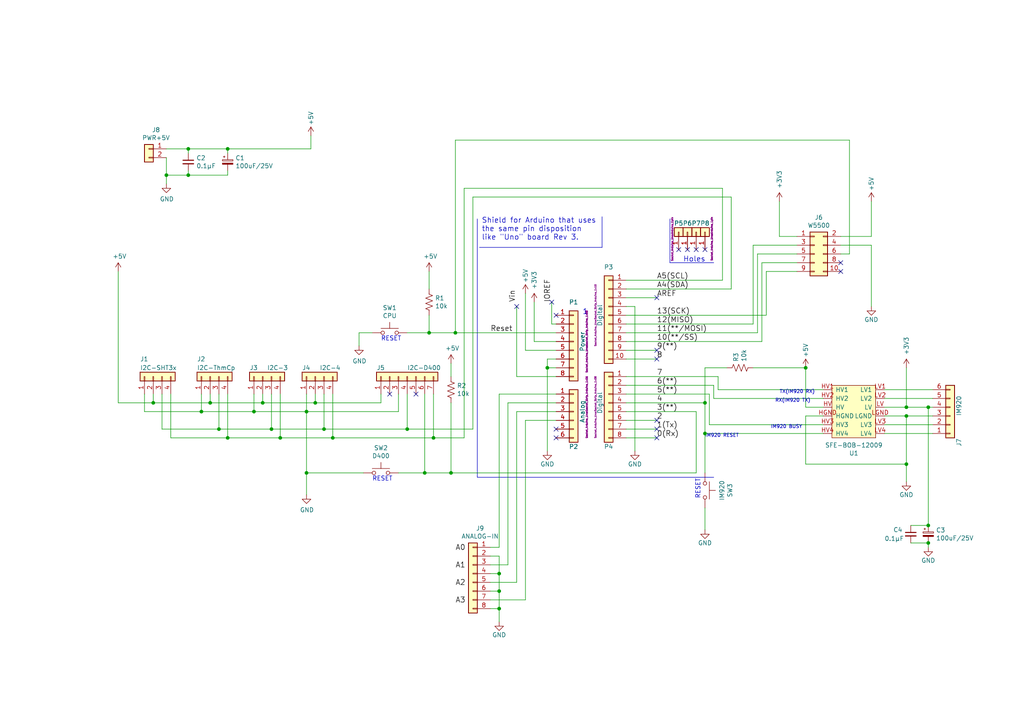
<source format=kicad_sch>
(kicad_sch (version 20230121) (generator eeschema)
  (paper "A4")
  (title_block (title "M302 Measurement Equipment Type Light") (date "2021-02-24") (rev "1.11") (company "HOLLY&Co.,Ltd.") (comment 1 "Use W5500 I/F for LAN networking") (comment 2 "Use IM920 I/F for Radio connection") (comment 3 "Analog Input 4ch available"))
  (lib_symbols
    (symbol "Buffer:SFE-BOB-12009" (pin_names (offset 1.016))
      (property "Reference" "U" (at 0 0 0))
      (property "Value" "SFE-BOB-12009" (at 0 0 0))
      (symbol "SFE-BOB-12009_0_1"
        (rectangle (start -6.35 -3.81) (end 6.35 -19.05) (fill (type background)))
      )
      (symbol "SFE-BOB-12009_1_1"
        (pin passive line (at 8.89 -10.16 180) (length 2.54) (name "HGND") (number "HGND"))
        (pin passive line (at 8.89 -12.7 180) (length 2.54) (name "HV") (number "HV"))
        (pin passive line (at 8.89 -17.78 180) (length 2.54) (name "HV1") (number "HV1"))
        (pin passive line (at 8.89 -15.24 180) (length 2.54) (name "HV2") (number "HV2"))
        (pin passive line (at 8.89 -7.62 180) (length 2.54) (name "HV3") (number "HV3"))
        (pin passive line (at 8.89 -5.08 180) (length 2.54) (name "HV4") (number "HV4"))
        (pin passive line (at -8.89 -10.16 0) (length 2.54) (name "LGND") (number "LGND"))
        (pin passive line (at -8.89 -12.7 0) (length 2.54) (name "LV") (number "LV"))
        (pin passive line (at -8.89 -17.78 0) (length 2.54) (name "LV1") (number "LV1"))
        (pin passive line (at -8.89 -15.24 0) (length 2.54) (name "LV2") (number "LV2"))
        (pin passive line (at -8.89 -7.62 0) (length 2.54) (name "LV3") (number "LV3"))
        (pin passive line (at -8.89 -5.08 0) (length 2.54) (name "LV4") (number "LV4"))
      )
    )
    (symbol "Connector_Generic:Conn_01x01" (pin_names (offset 1.016) hide)
      (property "Reference" "J" (at 0 2.54 0))
      (property "Value" "Conn_01x01" (at 0 -2.54 0))
      (symbol "Conn_01x01_1_1"
        (rectangle (start -1.27 0.127) (end 0 -0.127) (stroke (width 0.1524)))
        (rectangle (start -1.27 1.27) (end 1.27 -1.27) (stroke (width 0.254)) (fill (type background)))
        (pin passive line (at -5.08 0 0) (length 3.81) (name "Pin_1") (number "1"))
      )
    )
    (symbol "Connector_Generic:Conn_01x02" (pin_names (offset 1.016) hide)
      (property "Reference" "J" (at 0 2.54 0))
      (property "Value" "Conn_01x02" (at 0 -5.08 0))
      (symbol "Conn_01x02_1_1"
        (rectangle (start -1.27 -2.413) (end 0 -2.667) (stroke (width 0.1524)))
        (rectangle (start -1.27 0.127) (end 0 -0.127) (stroke (width 0.1524)))
        (rectangle (start -1.27 1.27) (end 1.27 -3.81) (stroke (width 0.254)) (fill (type background)))
        (pin passive line (at -5.08 0 0) (length 3.81) (name "Pin_1") (number "1"))
        (pin passive line (at -5.08 -2.54 0) (length 3.81) (name "Pin_2") (number "2"))
      )
    )
    (symbol "Connector_Generic:Conn_01x04" (pin_names (offset 1.016) hide)
      (property "Reference" "J" (at 0 5.08 0))
      (property "Value" "Conn_01x04" (at 0 -7.62 0))
      (symbol "Conn_01x04_1_1"
        (rectangle (start -1.27 -4.953) (end 0 -5.207) (stroke (width 0.1524)))
        (rectangle (start -1.27 -2.413) (end 0 -2.667) (stroke (width 0.1524)))
        (rectangle (start -1.27 0.127) (end 0 -0.127) (stroke (width 0.1524)))
        (rectangle (start -1.27 2.667) (end 0 2.413) (stroke (width 0.1524)))
        (rectangle (start -1.27 3.81) (end 1.27 -6.35) (stroke (width 0.254)) (fill (type background)))
        (pin passive line (at -5.08 2.54 0) (length 3.81) (name "Pin_1") (number "1"))
        (pin passive line (at -5.08 0 0) (length 3.81) (name "Pin_2") (number "2"))
        (pin passive line (at -5.08 -2.54 0) (length 3.81) (name "Pin_3") (number "3"))
        (pin passive line (at -5.08 -5.08 0) (length 3.81) (name "Pin_4") (number "4"))
      )
    )
    (symbol "Connector_Generic:Conn_01x06" (pin_names (offset 1.016) hide)
      (property "Reference" "J" (at 0 7.62 0))
      (property "Value" "Conn_01x06" (at 0 -10.16 0))
      (symbol "Conn_01x06_1_1"
        (rectangle (start -1.27 -7.493) (end 0 -7.747) (stroke (width 0.1524)))
        (rectangle (start -1.27 -4.953) (end 0 -5.207) (stroke (width 0.1524)))
        (rectangle (start -1.27 -2.413) (end 0 -2.667) (stroke (width 0.1524)))
        (rectangle (start -1.27 0.127) (end 0 -0.127) (stroke (width 0.1524)))
        (rectangle (start -1.27 2.667) (end 0 2.413) (stroke (width 0.1524)))
        (rectangle (start -1.27 5.207) (end 0 4.953) (stroke (width 0.1524)))
        (rectangle (start -1.27 6.35) (end 1.27 -8.89) (stroke (width 0.254)) (fill (type background)))
        (pin passive line (at -5.08 5.08 0) (length 3.81) (name "Pin_1") (number "1"))
        (pin passive line (at -5.08 2.54 0) (length 3.81) (name "Pin_2") (number "2"))
        (pin passive line (at -5.08 0 0) (length 3.81) (name "Pin_3") (number "3"))
        (pin passive line (at -5.08 -2.54 0) (length 3.81) (name "Pin_4") (number "4"))
        (pin passive line (at -5.08 -5.08 0) (length 3.81) (name "Pin_5") (number "5"))
        (pin passive line (at -5.08 -7.62 0) (length 3.81) (name "Pin_6") (number "6"))
      )
    )
    (symbol "Connector_Generic:Conn_01x07" (pin_names (offset 1.016) hide)
      (property "Reference" "J" (at 0 10.16 0))
      (property "Value" "Conn_01x07" (at 0 -10.16 0))
      (symbol "Conn_01x07_1_1"
        (rectangle (start -1.27 -7.493) (end 0 -7.747) (stroke (width 0.1524)))
        (rectangle (start -1.27 -4.953) (end 0 -5.207) (stroke (width 0.1524)))
        (rectangle (start -1.27 -2.413) (end 0 -2.667) (stroke (width 0.1524)))
        (rectangle (start -1.27 0.127) (end 0 -0.127) (stroke (width 0.1524)))
        (rectangle (start -1.27 2.667) (end 0 2.413) (stroke (width 0.1524)))
        (rectangle (start -1.27 5.207) (end 0 4.953) (stroke (width 0.1524)))
        (rectangle (start -1.27 7.747) (end 0 7.493) (stroke (width 0.1524)))
        (rectangle (start -1.27 8.89) (end 1.27 -8.89) (stroke (width 0.254)) (fill (type background)))
        (pin passive line (at -5.08 7.62 0) (length 3.81) (name "Pin_1") (number "1"))
        (pin passive line (at -5.08 5.08 0) (length 3.81) (name "Pin_2") (number "2"))
        (pin passive line (at -5.08 2.54 0) (length 3.81) (name "Pin_3") (number "3"))
        (pin passive line (at -5.08 0 0) (length 3.81) (name "Pin_4") (number "4"))
        (pin passive line (at -5.08 -2.54 0) (length 3.81) (name "Pin_5") (number "5"))
        (pin passive line (at -5.08 -5.08 0) (length 3.81) (name "Pin_6") (number "6"))
        (pin passive line (at -5.08 -7.62 0) (length 3.81) (name "Pin_7") (number "7"))
      )
    )
    (symbol "Connector_Generic:Conn_01x08" (pin_names (offset 1.016) hide)
      (property "Reference" "J" (at 0 10.16 0))
      (property "Value" "Conn_01x08" (at 0 -12.7 0))
      (symbol "Conn_01x08_1_1"
        (rectangle (start -1.27 -10.033) (end 0 -10.287) (stroke (width 0.1524)))
        (rectangle (start -1.27 -7.493) (end 0 -7.747) (stroke (width 0.1524)))
        (rectangle (start -1.27 -4.953) (end 0 -5.207) (stroke (width 0.1524)))
        (rectangle (start -1.27 -2.413) (end 0 -2.667) (stroke (width 0.1524)))
        (rectangle (start -1.27 0.127) (end 0 -0.127) (stroke (width 0.1524)))
        (rectangle (start -1.27 2.667) (end 0 2.413) (stroke (width 0.1524)))
        (rectangle (start -1.27 5.207) (end 0 4.953) (stroke (width 0.1524)))
        (rectangle (start -1.27 7.747) (end 0 7.493) (stroke (width 0.1524)))
        (rectangle (start -1.27 8.89) (end 1.27 -11.43) (stroke (width 0.254)) (fill (type background)))
        (pin passive line (at -5.08 7.62 0) (length 3.81) (name "Pin_1") (number "1"))
        (pin passive line (at -5.08 5.08 0) (length 3.81) (name "Pin_2") (number "2"))
        (pin passive line (at -5.08 2.54 0) (length 3.81) (name "Pin_3") (number "3"))
        (pin passive line (at -5.08 0 0) (length 3.81) (name "Pin_4") (number "4"))
        (pin passive line (at -5.08 -2.54 0) (length 3.81) (name "Pin_5") (number "5"))
        (pin passive line (at -5.08 -5.08 0) (length 3.81) (name "Pin_6") (number "6"))
        (pin passive line (at -5.08 -7.62 0) (length 3.81) (name "Pin_7") (number "7"))
        (pin passive line (at -5.08 -10.16 0) (length 3.81) (name "Pin_8") (number "8"))
      )
    )
    (symbol "Connector_Generic:Conn_01x10" (pin_names (offset 1.016) hide)
      (property "Reference" "J" (at 0 12.7 0))
      (property "Value" "Conn_01x10" (at 0 -15.24 0))
      (symbol "Conn_01x10_1_1"
        (rectangle (start -1.27 -12.573) (end 0 -12.827) (stroke (width 0.1524)))
        (rectangle (start -1.27 -10.033) (end 0 -10.287) (stroke (width 0.1524)))
        (rectangle (start -1.27 -7.493) (end 0 -7.747) (stroke (width 0.1524)))
        (rectangle (start -1.27 -4.953) (end 0 -5.207) (stroke (width 0.1524)))
        (rectangle (start -1.27 -2.413) (end 0 -2.667) (stroke (width 0.1524)))
        (rectangle (start -1.27 0.127) (end 0 -0.127) (stroke (width 0.1524)))
        (rectangle (start -1.27 2.667) (end 0 2.413) (stroke (width 0.1524)))
        (rectangle (start -1.27 5.207) (end 0 4.953) (stroke (width 0.1524)))
        (rectangle (start -1.27 7.747) (end 0 7.493) (stroke (width 0.1524)))
        (rectangle (start -1.27 10.287) (end 0 10.033) (stroke (width 0.1524)))
        (rectangle (start -1.27 11.43) (end 1.27 -13.97) (stroke (width 0.254)) (fill (type background)))
        (pin passive line (at -5.08 10.16 0) (length 3.81) (name "Pin_1") (number "1"))
        (pin passive line (at -5.08 -12.7 0) (length 3.81) (name "Pin_10") (number "10"))
        (pin passive line (at -5.08 7.62 0) (length 3.81) (name "Pin_2") (number "2"))
        (pin passive line (at -5.08 5.08 0) (length 3.81) (name "Pin_3") (number "3"))
        (pin passive line (at -5.08 2.54 0) (length 3.81) (name "Pin_4") (number "4"))
        (pin passive line (at -5.08 0 0) (length 3.81) (name "Pin_5") (number "5"))
        (pin passive line (at -5.08 -2.54 0) (length 3.81) (name "Pin_6") (number "6"))
        (pin passive line (at -5.08 -5.08 0) (length 3.81) (name "Pin_7") (number "7"))
        (pin passive line (at -5.08 -7.62 0) (length 3.81) (name "Pin_8") (number "8"))
        (pin passive line (at -5.08 -10.16 0) (length 3.81) (name "Pin_9") (number "9"))
      )
    )
    (symbol "Connector_Generic:Conn_02x05_Odd_Even" (pin_names (offset 1.016) hide)
      (property "Reference" "J" (at 1.27 7.62 0))
      (property "Value" "Conn_02x05_Odd_Even" (at 1.27 -7.62 0))
      (symbol "Conn_02x05_Odd_Even_1_1"
        (rectangle (start -1.27 -4.953) (end 0 -5.207) (stroke (width 0.1524)))
        (rectangle (start -1.27 -2.413) (end 0 -2.667) (stroke (width 0.1524)))
        (rectangle (start -1.27 0.127) (end 0 -0.127) (stroke (width 0.1524)))
        (rectangle (start -1.27 2.667) (end 0 2.413) (stroke (width 0.1524)))
        (rectangle (start -1.27 5.207) (end 0 4.953) (stroke (width 0.1524)))
        (rectangle (start -1.27 6.35) (end 3.81 -6.35) (stroke (width 0.254)) (fill (type background)))
        (rectangle (start 3.81 -4.953) (end 2.54 -5.207) (stroke (width 0.1524)))
        (rectangle (start 3.81 -2.413) (end 2.54 -2.667) (stroke (width 0.1524)))
        (rectangle (start 3.81 0.127) (end 2.54 -0.127) (stroke (width 0.1524)))
        (rectangle (start 3.81 2.667) (end 2.54 2.413) (stroke (width 0.1524)))
        (rectangle (start 3.81 5.207) (end 2.54 4.953) (stroke (width 0.1524)))
        (pin passive line (at -5.08 5.08 0) (length 3.81) (name "Pin_1") (number "1"))
        (pin passive line (at 7.62 -5.08 180) (length 3.81) (name "Pin_10") (number "10"))
        (pin passive line (at 7.62 5.08 180) (length 3.81) (name "Pin_2") (number "2"))
        (pin passive line (at -5.08 2.54 0) (length 3.81) (name "Pin_3") (number "3"))
        (pin passive line (at 7.62 2.54 180) (length 3.81) (name "Pin_4") (number "4"))
        (pin passive line (at -5.08 0 0) (length 3.81) (name "Pin_5") (number "5"))
        (pin passive line (at 7.62 0 180) (length 3.81) (name "Pin_6") (number "6"))
        (pin passive line (at -5.08 -2.54 0) (length 3.81) (name "Pin_7") (number "7"))
        (pin passive line (at 7.62 -2.54 180) (length 3.81) (name "Pin_8") (number "8"))
        (pin passive line (at -5.08 -5.08 0) (length 3.81) (name "Pin_9") (number "9"))
      )
    )
    (symbol "Device:C_Small" (pin_numbers hide) (pin_names (offset 0.254) hide)
      (property "Reference" "C" (at 0.254 1.778 0))
      (property "Value" "C_Small" (at 0.254 -2.032 0))
      (symbol "C_Small_0_1"
        (polyline (pts (xy -1.524 -0.508) (xy 1.524 -0.508)) (stroke (width 0.3302)))
        (polyline (pts (xy -1.524 0.508) (xy 1.524 0.508)) (stroke (width 0.3048)))
      )
      (symbol "C_Small_1_1"
        (pin passive line (at 0 2.54 270) (length 2.032) (name "~") (number "1"))
        (pin passive line (at 0 -2.54 90) (length 2.032) (name "~") (number "2"))
      )
    )
    (symbol "Device:R_US" (pin_numbers hide) (pin_names (offset 0))
      (property "Reference" "R" (at 2.54 0 90))
      (property "Value" "R_US" (at -2.54 0 90))
      (symbol "R_US_0_1"
        (polyline (pts (xy 0 -2.286) (xy 0 -2.54)))
        (polyline (pts (xy 0 2.286) (xy 0 2.54)))
        (polyline (pts (xy 0 -0.762) (xy 1.016 -1.143) (xy 0 -1.524) (xy -1.016 -1.905) (xy 0 -2.286)))
        (polyline (pts (xy 0 0.762) (xy 1.016 0.381) (xy 0 0) (xy -1.016 -0.381) (xy 0 -0.762)))
        (polyline (pts (xy 0 2.286) (xy 1.016 1.905) (xy 0 1.524) (xy -1.016 1.143) (xy 0 0.762)))
      )
      (symbol "R_US_1_1"
        (pin passive line (at 0 3.81 270) (length 1.27) (name "~") (number "1"))
        (pin passive line (at 0 -3.81 90) (length 1.27) (name "~") (number "2"))
      )
    )
    (symbol "M302-rescue:+3.3V-power" (power) (pin_names (offset 0))
      (property "Value" "+3.3V-power" (at 0 3.556 0))
      (symbol "+3.3V-power_0_1"
        (polyline (pts (xy -0.762 1.27) (xy 0 2.54)))
        (polyline (pts (xy 0 0) (xy 0 2.54)))
        (polyline (pts (xy 0 2.54) (xy 0.762 1.27)))
      )
      (symbol "+3.3V-power_1_1"
        (pin power_in line (at 0 0 90) (length 0) hide (name "+3V3") (number "1"))
      )
    )
    (symbol "M302-rescue:CP_Small-Device" (pin_numbers hide) (pin_names (offset 0.254) hide)
      (property "Reference" "C" (at 0.254 1.778 0))
      (property "Value" "Device_CP_Small" (at 0.254 -2.032 0))
      (symbol "CP_Small-Device_0_1"
        (rectangle (start -1.524 -0.3048) (end 1.524 -0.6858) (fill (type outline)))
        (rectangle (start -1.524 0.6858) (end 1.524 0.3048))
        (polyline (pts (xy -1.27 1.524) (xy -0.762 1.524)))
        (polyline (pts (xy -1.016 1.27) (xy -1.016 1.778)))
      )
      (symbol "CP_Small-Device_1_1"
        (pin passive line (at 0 2.54 270) (length 1.8542) (name "~") (number "1"))
        (pin passive line (at 0 -2.54 90) (length 1.8542) (name "~") (number "2"))
      )
    )
    (symbol "Switch:SW_Push" (pin_numbers hide) (pin_names (offset 1.016) hide)
      (property "Reference" "SW" (at 1.27 2.54 0))
      (property "Value" "SW_Push" (at 0 -1.524 0))
      (symbol "SW_Push_0_1"
        (circle (center -2.032 0) (radius 0.508))
        (polyline (pts (xy 0 1.27) (xy 0 3.048)))
        (polyline (pts (xy 2.54 1.27) (xy -2.54 1.27)))
        (circle (center 2.032 0) (radius 0.508))
        (pin passive line (at -5.08 0 0) (length 2.54) (name "1") (number "1"))
        (pin passive line (at 5.08 0 180) (length 2.54) (name "2") (number "2"))
      )
    )
    (symbol "power:+5V" (power) (pin_names (offset 0))
      (property "Value" "+5V" (at 0 3.556 0))
      (symbol "+5V_0_1"
        (polyline (pts (xy -0.762 1.27) (xy 0 2.54)))
        (polyline (pts (xy 0 0) (xy 0 2.54)))
        (polyline (pts (xy 0 2.54) (xy 0.762 1.27)))
      )
      (symbol "+5V_1_1"
        (pin power_in line (at 0 0 90) (length 0) hide (name "+5V") (number "1"))
      )
    )
    (symbol "power:GND" (power) (pin_names (offset 0))
      (property "Value" "GND" (at 0 -3.81 0))
      (symbol "GND_0_1"
        (polyline (pts (xy 0 0) (xy 0 -1.27) (xy 1.27 -1.27) (xy 0 -2.54) (xy -1.27 -1.27) (xy 0 -1.27)))
      )
      (symbol "GND_1_1"
        (pin power_in line (at 0 0 270) (length 0) hide (name "GND") (number "1"))
      )
    )
  )
  (junction (at 269.24 152.4))
  (junction (at 124.46 96.52))
  (junction (at 60.96 116.84))
  (junction (at 78.74 124.46))
  (junction (at 269.24 157.48))
  (junction (at 44.45 116.84))
  (junction (at 204.47 116.84))
  (junction (at 204.47 125.73))
  (junction (at 132.08 96.52))
  (junction (at 262.89 120.65))
  (junction (at 63.5 124.46))
  (junction (at 93.98 124.46))
  (junction (at 269.24 118.11))
  (junction (at 144.78 176.53))
  (junction (at 123.19 137.16))
  (junction (at 48.26 50.8))
  (junction (at 54.61 50.8))
  (junction (at 66.04 127))
  (junction (at 91.44 116.84))
  (junction (at 118.11 124.46))
  (junction (at 73.66 119.38))
  (junction (at 96.52 127))
  (junction (at 76.2 116.84))
  (junction (at 130.81 137.16))
  (junction (at 233.68 106.68))
  (junction (at 88.9 137.16))
  (junction (at 66.04 43.18))
  (junction (at 144.78 171.45))
  (junction (at 54.61 43.18))
  (junction (at 158.75 106.68))
  (junction (at 262.89 134.62))
  (junction (at 58.42 119.38))
  (junction (at 262.89 118.11))
  (junction (at 125.73 127))
  (junction (at 144.78 166.37))
  (junction (at 88.9 119.38))
  (junction (at 81.28 127))
  (no_connect (at 243.84 76.2))
  (no_connect (at 120.65 114.3))
  (no_connect (at 161.29 127))
  (no_connect (at 196.85 72.39))
  (no_connect (at 161.29 91.44))
  (no_connect (at 113.03 114.3))
  (no_connect (at 199.39 72.39))
  (no_connect (at 201.93 72.39))
  (no_connect (at 190.5 101.6))
  (no_connect (at 160.02 87.63))
  (no_connect (at 243.84 78.74))
  (no_connect (at 149.86 88.9))
  (no_connect (at 204.47 72.39))
  (no_connect (at 190.5 86.36))
  (no_connect (at 190.5 124.46))
  (no_connect (at 161.29 124.46))
  (no_connect (at 190.5 121.92))
  (no_connect (at 190.5 127))
  (no_connect (at 190.5 104.14))
  (polyline (pts (xy 174.625 71.755) (xy 174.625 62.865)))
  (wire (pts (xy 220.98 76.2) (xy 220.98 99.06)))
  (wire (pts (xy 204.47 125.73) (xy 204.47 137.16)))
  (wire (pts (xy 205.74 114.3) (xy 205.74 123.19)))
  (wire (pts (xy 93.98 114.3) (xy 93.98 124.46)))
  (wire (pts (xy 161.29 99.06) (xy 154.94 99.06)))
  (wire (pts (xy 181.61 111.76) (xy 207.01 111.76)))
  (wire (pts (xy 105.41 137.16) (xy 88.9 137.16)))
  (wire (pts (xy 149.86 168.91) (xy 142.24 168.91)))
  (wire (pts (xy 88.9 143.51) (xy 88.9 137.16)))
  (wire (pts (xy 181.61 99.06) (xy 220.98 99.06)))
  (wire (pts (xy 181.61 114.3) (xy 205.74 114.3)))
  (wire (pts (xy 181.61 83.82) (xy 212.09 83.82)))
  (wire (pts (xy 125.73 114.3) (xy 125.73 127)))
  (wire (pts (xy 181.61 93.98) (xy 218.44 93.98)))
  (wire (pts (xy 233.68 120.65) (xy 233.68 134.62)))
  (wire (pts (xy 181.61 127) (xy 190.5 127)))
  (wire (pts (xy 161.29 116.84) (xy 147.32 116.84)))
  (wire (pts (xy 58.42 114.3) (xy 58.42 119.38)))
  (wire (pts (xy 63.5 124.46) (xy 78.74 124.46)))
  (wire (pts (xy 222.25 78.74) (xy 231.14 78.74)))
  (wire (pts (xy 147.32 163.83) (xy 142.24 163.83)))
  (wire (pts (xy 152.4 121.92) (xy 152.4 173.99)))
  (wire (pts (xy 88.9 119.38) (xy 88.9 114.3)))
  (wire (pts (xy 54.61 49.53) (xy 54.61 50.8)))
  (wire (pts (xy 256.54 113.03) (xy 270.51 113.03)))
  (wire (pts (xy 44.45 116.84) (xy 60.96 116.84)))
  (wire (pts (xy 209.55 54.61) (xy 209.55 81.28)))
  (wire (pts (xy 144.78 158.75) (xy 142.24 158.75)))
  (wire (pts (xy 252.73 68.58) (xy 252.73 58.42)))
  (wire (pts (xy 134.62 127) (xy 134.62 54.61)))
  (wire (pts (xy 134.62 54.61) (xy 209.55 54.61)))
  (wire (pts (xy 243.84 68.58) (xy 252.73 68.58)))
  (wire (pts (xy 262.89 118.11) (xy 256.54 118.11)))
  (wire (pts (xy 181.61 88.9) (xy 184.15 88.9)))
  (wire (pts (xy 269.24 118.11) (xy 270.51 118.11)))
  (wire (pts (xy 76.2 116.84) (xy 91.44 116.84)))
  (wire (pts (xy 34.29 116.84) (xy 44.45 116.84)))
  (wire (pts (xy 142.24 166.37) (xy 144.78 166.37)))
  (wire (pts (xy 54.61 44.45) (xy 54.61 43.18)))
  (wire (pts (xy 60.96 116.84) (xy 76.2 116.84)))
  (wire (pts (xy 66.04 127) (xy 81.28 127)))
  (wire (pts (xy 81.28 127) (xy 96.52 127)))
  (wire (pts (xy 110.49 116.84) (xy 91.44 116.84)))
  (wire (pts (xy 181.61 116.84) (xy 204.47 116.84)))
  (wire (pts (xy 46.99 124.46) (xy 46.99 114.3)))
  (wire (pts (xy 124.46 91.44) (xy 124.46 96.52)))
  (polyline (pts (xy 138.43 138.43) (xy 207.01 138.43)))
  (wire (pts (xy 130.81 109.22) (xy 130.81 105.41)))
  (wire (pts (xy 48.26 45.72) (xy 48.26 50.8)))
  (wire (pts (xy 220.98 76.2) (xy 231.14 76.2)))
  (wire (pts (xy 181.61 104.14) (xy 190.5 104.14)))
  (polyline (pts (xy 138.43 63.5) (xy 138.43 138.43)))
  (wire (pts (xy 66.04 49.53) (xy 66.04 50.8)))
  (wire (pts (xy 181.61 119.38) (xy 201.93 119.38)))
  (wire (pts (xy 161.29 121.92) (xy 152.4 121.92)))
  (wire (pts (xy 181.61 124.46) (xy 190.5 124.46)))
  (wire (pts (xy 212.09 57.15) (xy 212.09 83.82)))
  (wire (pts (xy 44.45 114.3) (xy 44.45 116.84)))
  (wire (pts (xy 161.29 104.14) (xy 158.75 104.14)))
  (wire (pts (xy 48.26 43.18) (xy 54.61 43.18)))
  (wire (pts (xy 256.54 125.73) (xy 270.51 125.73)))
  (wire (pts (xy 269.24 158.75) (xy 269.24 157.48)))
  (wire (pts (xy 132.08 40.64) (xy 132.08 96.52)))
  (wire (pts (xy 137.16 124.46) (xy 137.16 57.15)))
  (wire (pts (xy 144.78 161.29) (xy 144.78 166.37)))
  (polyline (pts (xy 194.31 76.2) (xy 194.31 63.5)))
  (wire (pts (xy 118.11 96.52) (xy 124.46 96.52)))
  (wire (pts (xy 137.16 57.15) (xy 212.09 57.15)))
  (wire (pts (xy 73.66 119.38) (xy 88.9 119.38)))
  (wire (pts (xy 154.94 99.06) (xy 154.94 87.63)))
  (wire (pts (xy 262.89 106.68) (xy 262.89 118.11)))
  (wire (pts (xy 269.24 118.11) (xy 269.24 152.4)))
  (wire (pts (xy 144.78 166.37) (xy 144.78 171.45)))
  (wire (pts (xy 58.42 119.38) (xy 73.66 119.38)))
  (wire (pts (xy 54.61 50.8) (xy 48.26 50.8)))
  (wire (pts (xy 93.98 124.46) (xy 118.11 124.46)))
  (wire (pts (xy 90.17 43.18) (xy 90.17 39.37)))
  (wire (pts (xy 118.11 114.3) (xy 118.11 124.46)))
  (wire (pts (xy 158.75 104.14) (xy 158.75 106.68)))
  (wire (pts (xy 123.19 137.16) (xy 130.81 137.16)))
  (wire (pts (xy 204.47 153.67) (xy 204.47 147.32)))
  (wire (pts (xy 152.4 101.6) (xy 152.4 85.09)))
  (wire (pts (xy 142.24 171.45) (xy 144.78 171.45)))
  (wire (pts (xy 66.04 50.8) (xy 54.61 50.8)))
  (wire (pts (xy 115.57 119.38) (xy 88.9 119.38)))
  (wire (pts (xy 208.28 113.03) (xy 238.76 113.03)))
  (wire (pts (xy 152.4 173.99) (xy 142.24 173.99)))
  (wire (pts (xy 144.78 171.45) (xy 144.78 176.53)))
  (wire (pts (xy 233.68 118.11) (xy 238.76 118.11)))
  (wire (pts (xy 160.02 93.98) (xy 161.29 93.98)))
  (wire (pts (xy 107.95 96.52) (xy 104.14 96.52)))
  (wire (pts (xy 88.9 137.16) (xy 88.9 119.38)))
  (wire (pts (xy 262.89 120.65) (xy 262.89 134.62)))
  (wire (pts (xy 48.26 50.8) (xy 48.26 53.34)))
  (wire (pts (xy 262.89 120.65) (xy 270.51 120.65)))
  (wire (pts (xy 49.53 127) (xy 66.04 127)))
  (wire (pts (xy 158.75 106.68) (xy 158.75 130.81)))
  (wire (pts (xy 207.01 115.57) (xy 238.76 115.57)))
  (wire (pts (xy 123.19 137.16) (xy 115.57 137.16)))
  (wire (pts (xy 124.46 96.52) (xy 132.08 96.52)))
  (wire (pts (xy 226.06 68.58) (xy 226.06 58.42)))
  (wire (pts (xy 218.44 71.12) (xy 231.14 71.12)))
  (wire (pts (xy 262.89 118.11) (xy 269.24 118.11)))
  (wire (pts (xy 233.68 106.68) (xy 233.68 118.11)))
  (wire (pts (xy 110.49 114.3) (xy 110.49 116.84)))
  (wire (pts (xy 204.47 106.68) (xy 204.47 116.84)))
  (wire (pts (xy 49.53 127) (xy 49.53 114.3)))
  (wire (pts (xy 218.44 93.98) (xy 218.44 71.12)))
  (wire (pts (xy 149.86 88.9) (xy 149.86 109.22)))
  (wire (pts (xy 73.66 114.3) (xy 73.66 119.38)))
  (wire (pts (xy 181.61 91.44) (xy 222.25 91.44)))
  (wire (pts (xy 204.47 125.73) (xy 238.76 125.73)))
  (wire (pts (xy 142.24 176.53) (xy 144.78 176.53)))
  (wire (pts (xy 54.61 43.18) (xy 66.04 43.18)))
  (wire (pts (xy 256.54 120.65) (xy 262.89 120.65)))
  (wire (pts (xy 264.16 152.4) (xy 269.24 152.4)))
  (wire (pts (xy 123.19 114.3) (xy 123.19 137.16)))
  (wire (pts (xy 238.76 120.65) (xy 233.68 120.65)))
  (wire (pts (xy 78.74 124.46) (xy 93.98 124.46)))
  (wire (pts (xy 144.78 176.53) (xy 144.78 180.34)))
  (wire (pts (xy 243.84 73.66) (xy 246.38 73.66)))
  (wire (pts (xy 161.29 101.6) (xy 152.4 101.6)))
  (wire (pts (xy 76.2 114.3) (xy 76.2 116.84)))
  (wire (pts (xy 149.86 119.38) (xy 149.86 168.91)))
  (wire (pts (xy 207.01 111.76) (xy 207.01 115.57)))
  (wire (pts (xy 181.61 81.28) (xy 209.55 81.28)))
  (wire (pts (xy 60.96 114.3) (xy 60.96 116.84)))
  (wire (pts (xy 161.29 109.22) (xy 149.86 109.22)))
  (wire (pts (xy 210.82 106.68) (xy 204.47 106.68)))
  (wire (pts (xy 161.29 119.38) (xy 149.86 119.38)))
  (wire (pts (xy 161.29 106.68) (xy 158.75 106.68)))
  (wire (pts (xy 130.81 116.84) (xy 130.81 137.16)))
  (wire (pts (xy 91.44 116.84) (xy 91.44 114.3)))
  (wire (pts (xy 201.93 119.38) (xy 201.93 137.16)))
  (wire (pts (xy 208.28 109.22) (xy 208.28 113.03)))
  (wire (pts (xy 46.99 124.46) (xy 63.5 124.46)))
  (wire (pts (xy 144.78 114.3) (xy 144.78 158.75)))
  (wire (pts (xy 181.61 86.36) (xy 190.5 86.36)))
  (wire (pts (xy 124.46 83.82) (xy 124.46 78.74)))
  (wire (pts (xy 231.14 68.58) (xy 226.06 68.58)))
  (wire (pts (xy 218.44 106.68) (xy 233.68 106.68)))
  (wire (pts (xy 78.74 114.3) (xy 78.74 124.46)))
  (wire (pts (xy 41.91 119.38) (xy 58.42 119.38)))
  (wire (pts (xy 262.89 134.62) (xy 262.89 139.7)))
  (wire (pts (xy 104.14 96.52) (xy 104.14 100.33)))
  (wire (pts (xy 41.91 114.3) (xy 41.91 119.38)))
  (polyline (pts (xy 207.01 76.2) (xy 194.31 76.2)))
  (wire (pts (xy 184.15 88.9) (xy 184.15 130.81)))
  (wire (pts (xy 96.52 127) (xy 125.73 127)))
  (wire (pts (xy 181.61 101.6) (xy 190.5 101.6)))
  (wire (pts (xy 66.04 44.45) (xy 66.04 43.18)))
  (wire (pts (xy 181.61 121.92) (xy 190.5 121.92)))
  (wire (pts (xy 66.04 114.3) (xy 66.04 127)))
  (wire (pts (xy 219.71 96.52) (xy 219.71 73.66)))
  (wire (pts (xy 34.29 78.74) (xy 34.29 116.84)))
  (wire (pts (xy 181.61 96.52) (xy 219.71 96.52)))
  (wire (pts (xy 118.11 124.46) (xy 137.16 124.46)))
  (wire (pts (xy 132.08 96.52) (xy 161.29 96.52)))
  (wire (pts (xy 142.24 161.29) (xy 144.78 161.29)))
  (wire (pts (xy 161.29 114.3) (xy 144.78 114.3)))
  (wire (pts (xy 256.54 123.19) (xy 270.51 123.19)))
  (wire (pts (xy 256.54 115.57) (xy 270.51 115.57)))
  (wire (pts (xy 246.38 73.66) (xy 246.38 40.64)))
  (wire (pts (xy 96.52 114.3) (xy 96.52 127)))
  (wire (pts (xy 205.74 123.19) (xy 238.76 123.19)))
  (wire (pts (xy 233.68 134.62) (xy 262.89 134.62)))
  (wire (pts (xy 219.71 73.66) (xy 231.14 73.66)))
  (wire (pts (xy 66.04 43.18) (xy 90.17 43.18)))
  (wire (pts (xy 264.16 157.48) (xy 269.24 157.48)))
  (wire (pts (xy 204.47 116.84) (xy 204.47 125.73)))
  (wire (pts (xy 81.28 114.3) (xy 81.28 127)))
  (wire (pts (xy 160.02 87.63) (xy 160.02 93.98)))
  (wire (pts (xy 243.84 71.12) (xy 252.73 71.12)))
  (wire (pts (xy 201.93 137.16) (xy 130.81 137.16)))
  (wire (pts (xy 147.32 116.84) (xy 147.32 163.83)))
  (wire (pts (xy 252.73 71.12) (xy 252.73 88.9)))
  (wire (pts (xy 222.25 91.44) (xy 222.25 78.74)))
  (wire (pts (xy 246.38 40.64) (xy 132.08 40.64)))
  (polyline (pts (xy 139.065 71.755) (xy 174.625 71.755)))
  (wire (pts (xy 125.73 127) (xy 134.62 127)))
  (wire (pts (xy 63.5 114.3) (xy 63.5 124.46)))
  (wire (pts (xy 181.61 109.22) (xy 208.28 109.22)))
  (wire (pts (xy 115.57 114.3) (xy 115.57 119.38)))
  (text "TX(IM920 RX)" (at 226.06 114.3 0) (effects (font (size 0.9906 0.9906)) (justify left bottom)))
  (text "RESET" (at 110.49 99.06 0) (effects (font (size 1.27 1.27)) (justify left bottom)))
  (text "1" (at 168.91 91.44 0) (effects (font (size 1.524 1.524)) (justify left bottom)))
  (text "Shield for Arduino that uses\nthe same pin disposition\nlike \"Uno\" board Rev 3." (at 139.7 69.85 0) (effects (font (size 1.524 1.524)) (justify left bottom)))
  (text "Holes" (at 198.12 76.2 0) (effects (font (size 1.524 1.524)) (justify left bottom)))
  (text "RX(IM920 TX)" (at 224.79 116.84 0) (effects (font (size 0.9906 0.9906)) (justify left bottom)))
  (text "IM920 RESET" (at 204.47 127 0) (effects (font (size 0.9906 0.9906)) (justify left bottom)))
  (text "IM920 BUSY" (at 223.52 124.46 0) (effects (font (size 0.9906 0.9906)) (justify left bottom)))
  (text "RESET" (at 107.95 139.7 0) (effects (font (size 1.27 1.27)) (justify left bottom)))
  (text "RESET" (at 203.2 144.78 90) (effects (font (size 1.27 1.27)) (justify left bottom)))
  (label "AREF" (at 190.5 86.36 0) (effects (font (size 1.524 1.524))))
  (label "2" (at 190.5 121.92 0) (effects (font (size 1.524 1.524))))
  (label "3(**)" (at 190.5 119.38 0) (effects (font (size 1.524 1.524))))
  (label "1(Tx)" (at 190.5 124.46 0) (effects (font (size 1.524 1.524))))
  (label "Vin" (at 149.86 87.63 90) (effects (font (size 1.524 1.524))))
  (label "IOREF" (at 160.02 87.63 90) (effects (font (size 1.524 1.524))))
  (label "11(**/MOSI)" (at 190.5 96.52 0) (effects (font (size 1.524 1.524))))
  (label "A2" (at 132.08 170.18 0) (effects (font (size 1.524 1.524))))
  (label "7" (at 190.5 109.22 0) (effects (font (size 1.524 1.524))))
  (label "A3" (at 132.08 175.26 0) (effects (font (size 1.524 1.524))))
  (label "A0" (at 132.08 160.02 0) (effects (font (size 1.524 1.524))))
  (label "0(Rx)" (at 190.5 127 0) (effects (font (size 1.524 1.524))))
  (label "10(**/SS)" (at 190.5 99.06 0) (effects (font (size 1.524 1.524))))
  (label "13(SCK)" (at 190.5 91.44 0) (effects (font (size 1.524 1.524))))
  (label "A1" (at 132.08 165.1 0) (effects (font (size 1.524 1.524))))
  (label "4" (at 190.5 116.84 0) (effects (font (size 1.524 1.524))))
  (label "12(MISO)" (at 190.5 93.98 0) (effects (font (size 1.524 1.524))))
  (label "Reset" (at 142.24 96.52 0) (effects (font (size 1.524 1.524))))
  (label "A5(SCL)" (at 190.5 81.28 0) (effects (font (size 1.524 1.524))))
  (label "6(**)" (at 190.5 111.76 0) (effects (font (size 1.524 1.524))))
  (label "9(**)" (at 190.5 101.6 0) (effects (font (size 1.524 1.524))))
  (label "5(**)" (at 190.5 114.3 0) (effects (font (size 1.524 1.524))))
  (label "8" (at 190.5 104.14 0) (effects (font (size 1.524 1.524))))
  (label "A4(SDA)" (at 190.5 83.82 0) (effects (font (size 1.524 1.524))))
  (symbol (lib_id "Connector_Generic:Conn_01x08") (at 166.37 99.06 0) (unit 1)
    (property "Reference" "P1" (at 166.37 87.63 0))
    (property "Value" "Power" (at 168.91 99.06 90))
    (property "Footprint" "Socket_Arduino_Uno:Socket_Strip_Arduino_1x08" (at 170.18 99.06 90) (effects (font (size 0.508 0.508))))
  )
  (symbol (lib_id "M302-rescue:+3.3V-power") (at 154.94 87.63 0) (unit 1)
    (property "Reference" "#PWR01" (effects hide))
    (property "Value" "+3.3V" (at 154.94 81.28 90))
  )
  (symbol (lib_id "power:+5V") (at 152.4 85.09 0) (unit 1)
    (property "Reference" "#PWR02" (effects hide))
    (property "Value" "+5V" (at 152.4 80.01 90))
  )
  (symbol (lib_id "power:GND") (at 158.75 130.81 0) (unit 1)
    (property "Reference" "#PWR03" (effects hide))
    (property "Value" "GND" (at 158.75 134.62 0))
  )
  (symbol (lib_id "power:GND") (at 184.15 130.81 0) (unit 1)
    (property "Reference" "#PWR04" (effects hide))
    (property "Value" "GND" (at 184.15 134.62 0))
  )
  (symbol (lib_id "Connector_Generic:Conn_01x06") (at 166.37 119.38 0) (unit 1)
    (property "Reference" "P2" (at 166.37 129.54 0))
    (property "Value" "Analog" (at 168.91 119.38 90))
    (property "Footprint" "Socket_Arduino_Uno:Socket_Strip_Arduino_1x06" (at 170.18 118.11 90) (effects (font (size 0.508 0.508))))
  )
  (symbol (lib_id "Connector_Generic:Conn_01x01") (at 196.85 67.31 90) (unit 1)
    (property "Reference" "P5" (at 196.85 64.77 90))
    (property "Value" "CONN_01X01" (effects hide))
    (property "Footprint" "Socket_Arduino_Uno:Arduino_1pin" (at 194.9704 69.3166 0) (effects (font (size 0.508 0.508))))
  )
  (symbol (lib_id "Connector_Generic:Conn_01x01") (at 199.39 67.31 90) (unit 1)
    (property "Reference" "P6" (at 199.39 64.77 90))
    (property "Value" "CONN_01X01" (effects hide))
    (property "Footprint" "Socket_Arduino_Uno:Arduino_1pin" (effects hide))
  )
  (symbol (lib_id "Connector_Generic:Conn_01x01") (at 201.93 67.31 90) (unit 1)
    (property "Reference" "P7" (at 201.93 64.77 90))
    (property "Value" "CONN_01X01" (effects hide))
    (property "Footprint" "Socket_Arduino_Uno:Arduino_1pin" (effects hide))
  )
  (symbol (lib_id "Connector_Generic:Conn_01x01") (at 204.47 67.31 90) (unit 1)
    (property "Reference" "P8" (at 204.47 64.77 90))
    (property "Value" "CONN_01X01" (effects hide))
    (property "Footprint" "Socket_Arduino_Uno:Arduino_1pin" (at 206.4512 69.2404 0) (effects (font (size 0.508 0.508))))
  )
  (symbol (lib_id "Connector_Generic:Conn_01x08") (at 176.53 116.84 0) (mirror y) (unit 1)
    (property "Reference" "P4" (at 176.53 129.54 0))
    (property "Value" "Digital" (at 173.99 116.84 90))
    (property "Footprint" "Socket_Arduino_Uno:Socket_Strip_Arduino_1x08" (at 172.72 118.11 90) (effects (font (size 0.508 0.508))))
  )
  (symbol (lib_id "Connector_Generic:Conn_01x10") (at 176.53 91.44 0) (mirror y) (unit 1)
    (property "Reference" "P3" (at 176.53 77.47 0))
    (property "Value" "Digital" (at 173.99 91.44 90))
    (property "Footprint" "Socket_Arduino_Uno:Socket_Strip_Arduino_1x10" (at 172.72 91.44 90) (effects (font (size 0.508 0.508))))
  )
  (symbol (lib_id "power:GND") (at 88.9 143.51 0) (unit 1)
    (property "Reference" "#PWR0101" (effects hide))
    (property "Value" "GND" (at 89.027 147.9042 0))
  )
  (symbol (lib_id "Buffer:SFE-BOB-12009") (at 247.65 130.81 180) (unit 1)
    (property "Reference" "U1" (at 247.65 131.445 0))
    (property "Value" "SFE-BOB-12009" (at 247.65 129.1336 0))
    (property "Footprint" "HOLLY:SFE-BOB-12009" (effects hide))
  )
  (symbol (lib_id "power:+5V") (at 34.29 78.74 0) (unit 1)
    (property "Reference" "#PWR0102" (effects hide))
    (property "Value" "+5V" (at 34.671 74.3458 0))
  )
  (symbol (lib_id "power:GND") (at 262.89 139.7 0) (unit 1)
    (property "Reference" "#PWR0109" (effects hide))
    (property "Value" "GND" (at 262.89 143.51 0))
  )
  (symbol (lib_id "Switch:SW_Push") (at 110.49 137.16 0) (unit 1)
    (property "Reference" "SW2" (at 110.49 129.921 0))
    (property "Value" "D400" (at 110.49 132.2324 0))
    (property "Footprint" "HOLLY:TVDT18-050" (effects hide))
  )
  (symbol (lib_id "M302-rescue:+3.3V-power") (at 262.89 106.68 0) (unit 1)
    (property "Reference" "#PWR0111" (effects hide))
    (property "Value" "+3.3V" (at 262.89 100.33 90))
  )
  (symbol (lib_id "power:+5V") (at 233.68 106.68 0) (unit 1)
    (property "Reference" "#PWR0112" (effects hide))
    (property "Value" "+5V" (at 233.68 101.6 90))
  )
  (symbol (lib_id "Switch:SW_Push") (at 113.03 96.52 0) (unit 1)
    (property "Reference" "SW1" (at 113.03 89.281 0))
    (property "Value" "CPU" (at 113.03 91.5924 0))
    (property "Footprint" "HOLLY:TVDT18-050" (effects hide))
  )
  (symbol (lib_id "Device:R_US") (at 124.46 87.63 0) (unit 1)
    (property "Reference" "R1" (at 126.1872 86.4616 0) (effects (justify left)))
    (property "Value" "10k" (at 126.1872 88.773 0) (effects (justify left)))
    (property "Footprint" "Resistor_THT:R_Axial_DIN0207_L6.3mm_D2.5mm_P7.62mm_Horizontal" (effects hide))
  )
  (symbol (lib_id "power:GND") (at 104.14 100.33 0) (unit 1)
    (property "Reference" "#PWR0103" (effects hide))
    (property "Value" "GND" (at 104.267 104.7242 0))
  )
  (symbol (lib_id "Connector_Generic:Conn_02x05_Odd_Even") (at 236.22 73.66 0) (unit 1)
    (property "Reference" "J6" (at 237.49 63.0682 0))
    (property "Value" "W5500" (at 237.49 65.3796 0))
    (property "Footprint" "Connector_PinHeader_2.54mm:PinHeader_2x05_P2.54mm_Vertical" (effects hide))
  )
  (symbol (lib_id "M302-rescue:+3.3V-power") (at 226.06 58.42 0) (unit 1)
    (property "Reference" "#PWR0104" (effects hide))
    (property "Value" "+3.3V" (at 226.06 52.07 90))
  )
  (symbol (lib_id "power:+5V") (at 252.73 58.42 0) (unit 1)
    (property "Reference" "#PWR0108" (effects hide))
    (property "Value" "+5V" (at 252.73 53.34 90))
  )
  (symbol (lib_id "power:GND") (at 252.73 88.9 0) (unit 1)
    (property "Reference" "#PWR0106" (effects hide))
    (property "Value" "GND" (at 252.73 92.71 0))
  )
  (symbol (lib_id "Switch:SW_Push") (at 204.47 142.24 270) (unit 1)
    (property "Reference" "SW3" (at 211.709 142.24 0))
    (property "Value" "IM920" (at 209.3976 142.24 0))
    (property "Footprint" "HOLLY:TVDT18-050" (effects hide))
  )
  (symbol (lib_id "power:GND") (at 204.47 153.67 0) (unit 1)
    (property "Reference" "#PWR0113" (effects hide))
    (property "Value" "GND" (at 204.47 157.48 0))
  )
  (symbol (lib_id "Connector_Generic:Conn_01x04") (at 91.44 109.22 90) (unit 1)
    (property "Reference" "J4" (at 87.63 106.68 90) (effects (justify right)))
    (property "Value" "I2C-4" (at 92.71 106.68 90) (effects (justify right)))
    (property "Footprint" "Connector_JST:JST_XH_B4B-XH-A_1x04_P2.50mm_Vertical" (effects hide))
  )
  (symbol (lib_id "Connector_Generic:Conn_01x04") (at 76.2 109.22 90) (unit 1)
    (property "Reference" "J3" (at 72.39 106.68 90) (effects (justify right)))
    (property "Value" "I2C-3" (at 77.47 106.68 90) (effects (justify right)))
    (property "Footprint" "Connector_JST:JST_XH_B4B-XH-A_1x04_P2.50mm_Vertical" (effects hide))
  )
  (symbol (lib_id "Connector_Generic:Conn_01x04") (at 60.96 109.22 90) (unit 1)
    (property "Reference" "J2" (at 57.15 104.14 90) (effects (justify right)))
    (property "Value" "I2C-ThmCp" (at 57.15 106.68 90) (effects (justify right)))
    (property "Footprint" "Connector_JST:JST_XH_B4B-XH-A_1x04_P2.50mm_Vertical" (effects hide))
  )
  (symbol (lib_id "Connector_Generic:Conn_01x04") (at 44.45 109.22 90) (unit 1)
    (property "Reference" "J1" (at 40.64 104.14 90) (effects (justify right)))
    (property "Value" "I2C-SHT3x" (at 40.64 106.68 90) (effects (justify right)))
    (property "Footprint" "Connector_JST:JST_XH_B4B-XH-A_1x04_P2.50mm_Vertical" (effects hide))
  )
  (symbol (lib_id "Connector_Generic:Conn_01x07") (at 118.11 109.22 90) (unit 1)
    (property "Reference" "J5" (at 109.22 106.68 90) (effects (justify right)))
    (property "Value" "I2C-D400" (at 118.11 106.68 90) (effects (justify right)))
    (property "Footprint" "Connector_JST:JST_XH_B7B-XH-A_1x07_P2.50mm_Vertical" (effects hide))
  )
  (symbol (lib_id "Connector_Generic:Conn_01x06") (at 275.59 120.65 0) (mirror x) (unit 1)
    (property "Reference" "J7" (at 278.13 129.54 90) (effects (justify right)))
    (property "Value" "IM920" (at 278.13 120.65 90) (effects (justify right)))
    (property "Footprint" "Connector_JST:JST_XH_B6B-XH-A_1x06_P2.50mm_Vertical" (effects hide))
  )
  (symbol (lib_id "Connector_Generic:Conn_01x02") (at 43.18 43.18 0) (mirror y) (unit 1)
    (property "Reference" "J8" (at 45.2628 37.6682 0))
    (property "Value" "PWR+5V" (at 45.2628 39.9796 0))
    (property "Footprint" "Connector_JST:JST_XH_B2B-XH-A_1x02_P2.50mm_Vertical" (effects hide))
  )
  (symbol (lib_id "power:GND") (at 48.26 53.34 0) (unit 1)
    (property "Reference" "#PWR0107" (effects hide))
    (property "Value" "GND" (at 48.387 57.7342 0))
  )
  (symbol (lib_id "power:+5V") (at 90.17 39.37 0) (unit 1)
    (property "Reference" "#PWR0105" (effects hide))
    (property "Value" "+5V" (at 90.17 34.29 90))
  )
  (symbol (lib_id "M302-rescue:CP_Small-Device") (at 66.04 46.99 0) (unit 1)
    (property "Reference" "C1" (at 68.2752 45.8216 0) (effects (justify left)))
    (property "Value" "100uF/25V" (at 68.2752 48.133 0) (effects (justify left)))
    (property "Footprint" "Capacitor_THT:CP_Radial_D5.0mm_P2.00mm" (effects hide))
    (property "Datasheet" "https://akizukidenshi.com/download/ds/rubycon/PK_series.pdf" (effects hide))
  )
  (symbol (lib_id "Device:R_US") (at 130.81 113.03 0) (unit 1)
    (property "Reference" "R2" (at 132.5372 111.8616 0) (effects (justify left)))
    (property "Value" "10k" (at 132.5372 114.173 0) (effects (justify left)))
    (property "Footprint" "Resistor_THT:R_Axial_DIN0207_L6.3mm_D2.5mm_P7.62mm_Horizontal" (effects hide))
  )
  (symbol (lib_id "power:+5V") (at 130.81 105.41 0) (unit 1)
    (property "Reference" "#PWR0110" (effects hide))
    (property "Value" "+5V" (at 131.191 101.0158 0))
  )
  (symbol (lib_id "Device:R_US") (at 214.63 106.68 90) (unit 1)
    (property "Reference" "R3" (at 213.4616 104.9528 0) (effects (justify left)))
    (property "Value" "10k" (at 215.773 104.9528 0) (effects (justify left)))
    (property "Footprint" "Resistor_THT:R_Axial_DIN0207_L6.3mm_D2.5mm_P7.62mm_Horizontal" (effects hide))
  )
  (symbol (lib_id "Connector_Generic:Conn_01x08") (at 137.16 166.37 0) (mirror y) (unit 1)
    (property "Reference" "J9" (at 139.2428 153.2382 0))
    (property "Value" "ANALOG-IN" (at 139.2428 155.5496 0))
    (property "Footprint" "Connector_JST:JST_XH_B8B-XH-A_1x08_P2.50mm_Vertical" (effects hide))
  )
  (symbol (lib_id "power:GND") (at 144.78 180.34 0) (unit 1)
    (property "Reference" "#PWR0114" (effects hide))
    (property "Value" "GND" (at 144.78 184.15 0))
  )
  (symbol (lib_id "power:+5V") (at 124.46 78.74 0) (unit 1)
    (property "Reference" "#PWR0115" (effects hide))
    (property "Value" "+5V" (at 124.841 74.3458 0))
  )
  (symbol (lib_id "Device:C_Small") (at 54.61 46.99 0) (unit 1)
    (property "Reference" "C2" (at 56.9468 45.8216 0) (effects (justify left)))
    (property "Value" "0.1μF" (at 56.9468 48.133 0) (effects (justify left)))
    (property "Footprint" "Capacitor_THT:C_Disc_D3.0mm_W2.0mm_P2.50mm" (effects hide))
  )
  (symbol (lib_id "M302-rescue:CP_Small-Device") (at 269.24 154.94 0) (unit 1)
    (property "Reference" "C3" (at 271.4752 153.7716 0) (effects (justify left)))
    (property "Value" "100uF/25V" (at 271.4752 156.083 0) (effects (justify left)))
    (property "Footprint" "Capacitor_THT:CP_Radial_D5.0mm_P2.00mm" (effects hide))
    (property "Datasheet" "https://akizukidenshi.com/download/ds/rubycon/PK_series.pdf" (effects hide))
  )
  (symbol (lib_id "Device:C_Small") (at 264.16 154.94 0) (unit 1)
    (property "Reference" "C4" (at 259.08 153.67 0) (effects (justify left)))
    (property "Value" "0.1μF" (at 256.54 156.21 0) (effects (justify left)))
    (property "Footprint" "Capacitor_THT:C_Disc_D3.0mm_W2.0mm_P2.50mm" (effects hide))
  )
  (symbol (lib_id "power:GND") (at 269.24 158.75 0) (unit 1)
    (property "Reference" "#PWR0116" (effects hide))
    (property "Value" "GND" (at 269.24 162.56 0))
  )
)
</source>
